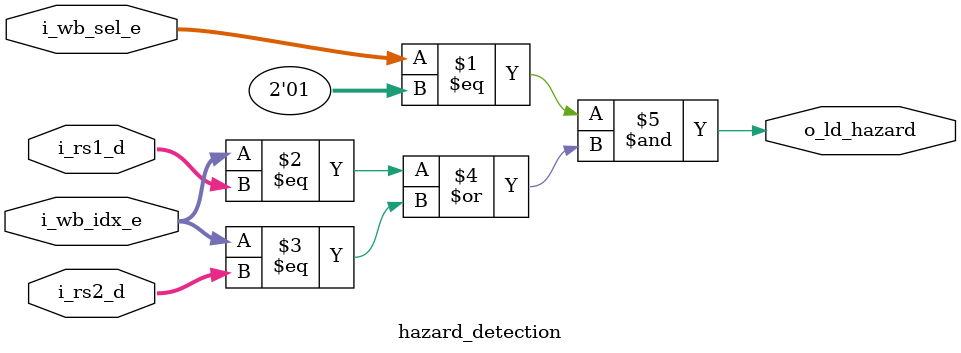
<source format=v>
module hazard_detection (
  input [4:0] i_rs1_d,
  input [4:0] i_rs2_d,

  input [4:0] i_wb_idx_e,
  input [1:0] i_wb_sel_e,

  output o_ld_hazard
);

  assign o_ld_hazard = (i_wb_sel_e == 2'b01) & (i_wb_idx_e == i_rs1_d | i_wb_idx_e == i_rs2_d);

endmodule

</source>
